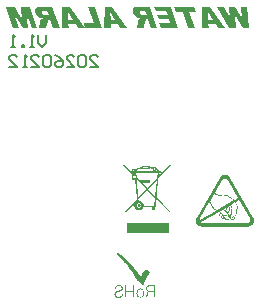
<source format=gbo>
G04*
G04 #@! TF.GenerationSoftware,Altium Limited,Altium Designer,24.10.1 (45)*
G04*
G04 Layer_Color=32896*
%FSLAX43Y43*%
%MOMM*%
G71*
G04*
G04 #@! TF.SameCoordinates,DA216BA7-6C9C-4F93-A9C1-4DB8622052F4*
G04*
G04*
G04 #@! TF.FilePolarity,Positive*
G04*
G01*
G75*
%ADD11C,0.200*%
G36*
X90280Y112077D02*
X89742D01*
X89052Y113194D01*
X89120Y112077D01*
X88580D01*
X87585Y113851D01*
X88104D01*
X88631Y112857D01*
X88570Y113851D01*
X89088D01*
X89700Y112857D01*
X89548Y113851D01*
X90069D01*
X90280Y112077D01*
D02*
G37*
G36*
X72303Y112077D02*
X71853D01*
X71393Y113430D01*
X71509Y112077D01*
X71101D01*
X70295Y113430D01*
X70755Y112077D01*
X70305D01*
X69702Y113851D01*
X70425D01*
X71069Y112770D01*
X70975Y113851D01*
X71701D01*
X72303Y112077D01*
D02*
G37*
G36*
X88188Y112077D02*
X87628D01*
X87440Y112368D01*
X86821D01*
X86831Y112077D01*
X86254D01*
X86319Y113851D01*
X86922D01*
X88188Y112077D01*
D02*
G37*
G36*
X85752Y113414D02*
X85192D01*
X85646Y112077D01*
X85098D01*
X84645Y113414D01*
X84085D01*
X83936Y113851D01*
X85603D01*
X85752Y113414D01*
D02*
G37*
G36*
X84289Y112077D02*
X82792Y112077D01*
X82656Y112478D01*
X83602Y112478D01*
X83485Y112828D01*
X82634Y112828D01*
X82511Y113191D01*
X83362Y113191D01*
X83265Y113473D01*
X82346Y113473D01*
X82216Y113851D01*
X83686Y113851D01*
X84289Y112077D01*
D02*
G37*
G36*
X82491Y112077D02*
X81941D01*
X81698Y112796D01*
X81649D01*
X81623Y112793D01*
X81597Y112789D01*
X81578Y112783D01*
X81562Y112776D01*
X81549Y112767D01*
X81539Y112760D01*
X81533Y112757D01*
X81529Y112754D01*
X81516Y112737D01*
X81507Y112718D01*
X81491Y112673D01*
X81484Y112653D01*
X81478Y112634D01*
X81474Y112621D01*
Y112618D01*
X81364Y112077D01*
X80742D01*
X80836Y112588D01*
X80846Y112621D01*
X80859Y112660D01*
X80866Y112673D01*
X80872Y112686D01*
X80875Y112695D01*
X80878Y112699D01*
X80891Y112724D01*
X80901Y112744D01*
X80911Y112760D01*
X80917Y112773D01*
X80924Y112783D01*
X80930Y112789D01*
X80934Y112793D01*
X80946Y112805D01*
X80966Y112815D01*
X81005Y112838D01*
X81024Y112844D01*
X81040Y112851D01*
X81050Y112857D01*
X81053D01*
X81005Y112870D01*
X80963Y112880D01*
X80927Y112893D01*
X80895Y112903D01*
X80869Y112912D01*
X80853Y112922D01*
X80840Y112925D01*
X80836Y112929D01*
X80788Y112954D01*
X80746Y112984D01*
X80704Y113013D01*
X80671Y113039D01*
X80645Y113065D01*
X80623Y113084D01*
X80610Y113097D01*
X80606Y113100D01*
X80571Y113142D01*
X80542Y113188D01*
X80513Y113230D01*
X80493Y113269D01*
X80477Y113304D01*
X80464Y113330D01*
X80457Y113350D01*
X80454Y113356D01*
X80438Y113418D01*
X80428Y113473D01*
X80422Y113521D01*
X80425Y113563D01*
X80428Y113599D01*
X80432Y113625D01*
X80435Y113638D01*
X80438Y113644D01*
X80457Y113686D01*
X80480Y113719D01*
X80509Y113748D01*
X80535Y113771D01*
X80561Y113787D01*
X80581Y113796D01*
X80593Y113803D01*
X80600Y113806D01*
X80652Y113822D01*
X80710Y113832D01*
X80772Y113842D01*
X80833Y113845D01*
X80888Y113848D01*
X80914Y113851D01*
X81889D01*
X82491Y112077D01*
D02*
G37*
G36*
X79920D02*
X79360D01*
X79172Y112368D01*
X78553D01*
X78563Y112077D01*
X77986D01*
X78051Y113851D01*
X78654D01*
X79920Y112077D01*
D02*
G37*
G36*
X77812D02*
X76406D01*
X76260Y112514D01*
X77119D01*
X76662Y113851D01*
X77209D01*
X77812Y112077D01*
D02*
G37*
G36*
X76335D02*
X75775D01*
X75587Y112368D01*
X74968D01*
X74978Y112077D01*
X74401D01*
X74466Y113851D01*
X75069D01*
X76335Y112077D01*
D02*
G37*
G36*
X74220D02*
X73670D01*
X73427Y112796D01*
X73378D01*
X73352Y112793D01*
X73326Y112789D01*
X73307Y112783D01*
X73291Y112776D01*
X73278Y112767D01*
X73268Y112760D01*
X73262Y112757D01*
X73258Y112754D01*
X73245Y112737D01*
X73236Y112718D01*
X73219Y112673D01*
X73213Y112653D01*
X73206Y112634D01*
X73203Y112621D01*
Y112618D01*
X73093Y112077D01*
X72471D01*
X72565Y112588D01*
X72575Y112621D01*
X72588Y112660D01*
X72594Y112673D01*
X72601Y112686D01*
X72604Y112695D01*
X72607Y112699D01*
X72620Y112724D01*
X72630Y112744D01*
X72640Y112760D01*
X72646Y112773D01*
X72653Y112783D01*
X72659Y112789D01*
X72662Y112793D01*
X72675Y112805D01*
X72695Y112815D01*
X72734Y112838D01*
X72753Y112844D01*
X72769Y112851D01*
X72779Y112857D01*
X72782D01*
X72734Y112870D01*
X72692Y112880D01*
X72656Y112893D01*
X72624Y112903D01*
X72598Y112912D01*
X72581Y112922D01*
X72568Y112925D01*
X72565Y112929D01*
X72517Y112954D01*
X72475Y112984D01*
X72432Y113013D01*
X72400Y113039D01*
X72374Y113065D01*
X72352Y113084D01*
X72339Y113097D01*
X72335Y113100D01*
X72300Y113142D01*
X72271Y113188D01*
X72241Y113230D01*
X72222Y113269D01*
X72206Y113304D01*
X72193Y113330D01*
X72186Y113350D01*
X72183Y113356D01*
X72167Y113418D01*
X72157Y113473D01*
X72151Y113521D01*
X72154Y113563D01*
X72157Y113599D01*
X72160Y113625D01*
X72164Y113638D01*
X72167Y113644D01*
X72186Y113686D01*
X72209Y113719D01*
X72238Y113748D01*
X72264Y113771D01*
X72290Y113787D01*
X72309Y113796D01*
X72322Y113803D01*
X72329Y113806D01*
X72381Y113822D01*
X72439Y113832D01*
X72500Y113842D01*
X72562Y113845D01*
X72617Y113848D01*
X72643Y113851D01*
X73618D01*
X74220Y112077D01*
D02*
G37*
G36*
X83690Y100456D02*
X82595Y99316D01*
X82563Y99005D01*
X82491Y98260D01*
X82440Y97722D01*
X83612Y96510D01*
X83535Y96433D01*
X82427Y97567D01*
X82362Y96873D01*
X82329D01*
Y96608D01*
X82083D01*
Y96873D01*
X81319D01*
X81293Y96821D01*
X81254Y96770D01*
X81202Y96711D01*
X81131Y96659D01*
X81047Y96633D01*
X80969Y96627D01*
X80891D01*
X80833Y96646D01*
X80761Y96672D01*
X80703Y96711D01*
X80658Y96757D01*
X80612Y96821D01*
X80580Y96893D01*
X80561Y96957D01*
X80554Y97016D01*
X80561Y97081D01*
X80574Y97132D01*
X80593Y97184D01*
X80619Y97236D01*
X80651Y97281D01*
X80697Y97327D01*
X80748Y97359D01*
X80794Y97379D01*
X80787Y97437D01*
X79815Y96433D01*
X79738Y96517D01*
X80774Y97592D01*
X80690Y98532D01*
X80632Y99212D01*
X80321D01*
Y99646D01*
X80405D01*
X79615Y100456D01*
X79699Y100534D01*
X80437Y99770D01*
Y99828D01*
X80425Y99841D01*
X80405Y99854D01*
X80386Y99873D01*
X80366Y99893D01*
X80353Y99925D01*
X80347Y99951D01*
X80340Y99983D01*
X80347Y100022D01*
X80360Y100048D01*
X80386Y100094D01*
X80418Y100119D01*
X80463Y100139D01*
X80509Y100145D01*
X80554Y100139D01*
X80593Y100126D01*
X80625Y100106D01*
X80638Y100087D01*
X80671Y100113D01*
X80716Y100145D01*
X80774Y100171D01*
X80859Y100204D01*
X80949Y100230D01*
X81040Y100249D01*
X81137Y100268D01*
X81215Y100275D01*
Y100372D01*
X81837D01*
Y100288D01*
X81889D01*
X81967Y100281D01*
X82051Y100268D01*
X82135Y100256D01*
Y100307D01*
X82401D01*
Y100184D01*
X82433Y100165D01*
X82479Y100145D01*
X82524Y100119D01*
X82563Y100094D01*
X82602Y100061D01*
X82628Y100035D01*
X82641Y100016D01*
X82653Y99990D01*
X82647Y99945D01*
X82802D01*
Y99744D01*
X82634D01*
X82608Y99491D01*
X83612Y100534D01*
X83690Y100456D01*
D02*
G37*
G36*
X83457Y95538D02*
Y95525D01*
Y95500D01*
Y95474D01*
Y95448D01*
Y95422D01*
Y95409D01*
Y95402D01*
Y95299D01*
Y95201D01*
Y95156D01*
Y95124D01*
Y95104D01*
Y95098D01*
Y94981D01*
Y94929D01*
Y94884D01*
Y94845D01*
Y94819D01*
Y94800D01*
Y94793D01*
Y94748D01*
Y94716D01*
Y94690D01*
Y94677D01*
Y94657D01*
X79913D01*
Y94664D01*
Y94677D01*
Y94728D01*
Y94774D01*
Y94787D01*
Y94793D01*
Y94897D01*
Y94994D01*
Y95039D01*
Y95072D01*
Y95091D01*
Y95098D01*
Y95214D01*
Y95266D01*
Y95312D01*
Y95351D01*
Y95376D01*
Y95396D01*
Y95402D01*
Y95448D01*
Y95487D01*
Y95512D01*
Y95525D01*
Y95538D01*
Y95545D01*
X83457D01*
Y95538D01*
D02*
G37*
G36*
X79157Y92992D02*
X79194Y92974D01*
X79222Y92965D01*
X79231Y92955D01*
X79259Y92937D01*
X79268Y92928D01*
X79277D01*
X79435Y92826D01*
X79583Y92715D01*
X79731Y92594D01*
X79851Y92483D01*
X79962Y92391D01*
X80046Y92307D01*
X80101Y92252D01*
X80111Y92243D01*
X80120Y92233D01*
X80268Y92067D01*
X80407Y91909D01*
X80536Y91770D01*
X80638Y91641D01*
X80722Y91530D01*
X80777Y91456D01*
X80824Y91400D01*
X80833Y91391D01*
Y91382D01*
X80879Y91307D01*
X80925Y91252D01*
X80990Y91150D01*
X81046Y91085D01*
X81073Y91030D01*
X81092Y91002D01*
X81101Y90993D01*
X81111Y90983D01*
Y90993D01*
X81120Y91011D01*
X81148Y91057D01*
X81175Y91113D01*
X81185Y91122D01*
Y91132D01*
X81240Y91252D01*
X81305Y91354D01*
X81333Y91400D01*
X81351Y91437D01*
X81360Y91456D01*
X81370Y91465D01*
X81425Y91520D01*
X81472Y91557D01*
X81509Y91576D01*
X81527Y91585D01*
X81564Y91594D01*
X81610Y91585D01*
X81657Y91567D01*
X81694Y91548D01*
X81731Y91520D01*
X81759Y91493D01*
X81777Y91483D01*
X81786Y91474D01*
X81842Y91428D01*
X81879Y91391D01*
X81907Y91363D01*
X81925Y91344D01*
X81944Y91326D01*
X81907D01*
X81870Y91307D01*
X81833Y91289D01*
X81796Y91252D01*
X81731Y91169D01*
X81657Y91067D01*
X81601Y90974D01*
X81555Y90882D01*
X81536Y90845D01*
X81527Y90826D01*
X81518Y90808D01*
Y90798D01*
X81472Y90706D01*
X81435Y90622D01*
X81407Y90548D01*
X81379Y90493D01*
X81351Y90437D01*
X81333Y90391D01*
X81305Y90326D01*
X81286Y90289D01*
X81277Y90271D01*
Y90261D01*
X80842Y90595D01*
X80786Y90724D01*
X80712Y90863D01*
X80638Y90993D01*
X80564Y91122D01*
X80499Y91233D01*
X80444Y91326D01*
X80416Y91363D01*
X80398Y91391D01*
X80388Y91400D01*
Y91409D01*
X80259Y91594D01*
X80129Y91770D01*
X80009Y91928D01*
X79888Y92067D01*
X79787Y92178D01*
X79713Y92270D01*
X79657Y92326D01*
X79638Y92335D01*
Y92344D01*
X79500Y92483D01*
X79379Y92604D01*
X79333Y92659D01*
X79296Y92696D01*
X79268Y92715D01*
X79259Y92724D01*
X79194Y92789D01*
X79148Y92835D01*
X79111Y92863D01*
X79092Y92891D01*
X79064Y92909D01*
Y92918D01*
X79074Y92928D01*
X79083Y92937D01*
X79092Y92946D01*
X79111Y92974D01*
X79120Y92992D01*
Y93002D01*
X79157Y92992D01*
D02*
G37*
G36*
X80555Y89243D02*
X80462D01*
Y89734D01*
X79879D01*
Y89243D01*
X79787D01*
Y90271D01*
X79879D01*
Y89826D01*
X80462D01*
Y90271D01*
X80555D01*
Y89243D01*
D02*
G37*
G36*
X82268D02*
X82175D01*
Y89697D01*
X81796D01*
X81749Y89687D01*
X81731Y89678D01*
X81722Y89669D01*
X81694Y89622D01*
X81675Y89558D01*
X81666Y89502D01*
Y89493D01*
Y89484D01*
X81657Y89354D01*
Y89326D01*
Y89317D01*
X81647Y89298D01*
Y89289D01*
X81638Y89271D01*
Y89252D01*
Y89243D01*
X81527D01*
Y89261D01*
X81546Y89280D01*
X81555Y89298D01*
Y89308D01*
X81564Y89317D01*
Y89345D01*
Y89354D01*
X81583Y89511D01*
X81592Y89595D01*
X81601Y89650D01*
X81610Y89678D01*
Y89687D01*
X81666Y89734D01*
X81694Y89743D01*
X81703D01*
X81657Y89771D01*
X81620Y89798D01*
X81592Y89826D01*
X81583Y89835D01*
X81555Y89891D01*
X81546Y89946D01*
X81536Y89984D01*
Y90002D01*
X81546Y90058D01*
X81555Y90095D01*
X81564Y90122D01*
X81573Y90132D01*
X81601Y90169D01*
X81629Y90196D01*
X81657Y90215D01*
X81666Y90224D01*
X81694Y90243D01*
X81722Y90252D01*
X81749Y90261D01*
X81777D01*
X81796Y90271D01*
X82268D01*
Y89243D01*
D02*
G37*
G36*
X81175Y89984D02*
X81249Y89956D01*
X81296Y89919D01*
X81314Y89909D01*
Y89900D01*
X81370Y89817D01*
X81398Y89715D01*
Y89678D01*
X81407Y89641D01*
Y89622D01*
Y89613D01*
X81388Y89493D01*
X81360Y89400D01*
X81333Y89345D01*
X81314Y89335D01*
Y89326D01*
X81277Y89289D01*
X81240Y89271D01*
X81157Y89234D01*
X81120D01*
X81092Y89224D01*
X81064D01*
X81009Y89234D01*
X80962Y89243D01*
X80879Y89280D01*
X80833Y89308D01*
X80814Y89326D01*
X80768Y89419D01*
X80740Y89511D01*
X80731Y89548D01*
Y89585D01*
Y89604D01*
Y89613D01*
X80740Y89734D01*
X80768Y89826D01*
X80786Y89854D01*
X80805Y89882D01*
X80814Y89891D01*
Y89900D01*
X80851Y89937D01*
X80888Y89956D01*
X80972Y89993D01*
X81009D01*
X81036Y90002D01*
X81120D01*
X81175Y89984D01*
D02*
G37*
G36*
X79342Y90289D02*
X79425Y90261D01*
X79472Y90224D01*
X79481Y90215D01*
X79490D01*
X79546Y90150D01*
X79574Y90095D01*
X79583Y90039D01*
Y90030D01*
Y90021D01*
X79574Y89946D01*
X79555Y89891D01*
X79537Y89854D01*
X79527Y89845D01*
X79500Y89826D01*
X79472Y89798D01*
X79398Y89771D01*
X79333Y89752D01*
X79314Y89743D01*
X79305D01*
X79213Y89715D01*
X79120Y89687D01*
X79055Y89659D01*
X79018Y89641D01*
X79009Y89632D01*
X78981Y89595D01*
X78972Y89548D01*
X78963Y89521D01*
Y89502D01*
X78972Y89437D01*
X79000Y89391D01*
X79027Y89363D01*
X79037Y89354D01*
X79101Y89326D01*
X79157Y89308D01*
X79203Y89298D01*
X79222D01*
X79305Y89308D01*
X79379Y89335D01*
X79416Y89363D01*
X79435Y89372D01*
X79481Y89428D01*
X79500Y89493D01*
X79509Y89539D01*
Y89548D01*
Y89558D01*
X79601D01*
Y89548D01*
X79583Y89447D01*
X79555Y89372D01*
X79527Y89326D01*
X79509Y89308D01*
X79416Y89252D01*
X79324Y89224D01*
X79287D01*
X79250Y89215D01*
X79222D01*
X79111Y89224D01*
X79027Y89261D01*
X78981Y89289D01*
X78963Y89298D01*
X78907Y89363D01*
X78879Y89437D01*
X78870Y89493D01*
Y89502D01*
Y89511D01*
X78879Y89585D01*
X78907Y89641D01*
X78944Y89678D01*
X78953Y89697D01*
X79018Y89743D01*
X79101Y89780D01*
X79138Y89789D01*
X79166Y89798D01*
X79185Y89808D01*
X79194D01*
X79314Y89845D01*
X79370Y89863D01*
X79407Y89882D01*
X79435Y89891D01*
X79444Y89900D01*
X79463Y89937D01*
X79472Y89974D01*
X79481Y90002D01*
Y90011D01*
X79472Y90076D01*
X79453Y90132D01*
X79435Y90159D01*
X79425Y90169D01*
X79370Y90187D01*
X79314Y90206D01*
X79250D01*
X79166Y90196D01*
X79111Y90178D01*
X79074Y90159D01*
X79064Y90150D01*
X79027Y90095D01*
X79009Y90039D01*
X79000Y90002D01*
Y89993D01*
Y89984D01*
X78907D01*
X78926Y90085D01*
X78953Y90150D01*
X78981Y90196D01*
X79000Y90206D01*
X79074Y90261D01*
X79157Y90289D01*
X79194Y90298D01*
X79250D01*
X79342Y90289D01*
D02*
G37*
G36*
X88310Y99624D02*
X88355Y99617D01*
X88394Y99604D01*
X88420Y99591D01*
X88446Y99579D01*
X88459Y99572D01*
X88465Y99566D01*
X88491Y99553D01*
X88504Y99546D01*
X88562Y99494D01*
X88614Y99436D01*
X88640Y99397D01*
X88653Y99384D01*
Y99378D01*
X90603Y95995D01*
X90610D01*
Y95989D01*
Y95982D01*
X90623Y95956D01*
X90636Y95937D01*
X90642Y95924D01*
Y95918D01*
X90649Y95898D01*
X90655Y95872D01*
X90662Y95853D01*
Y95846D01*
X90668Y95775D01*
Y95710D01*
X90662Y95652D01*
X90649Y95600D01*
X90629Y95555D01*
X90616Y95522D01*
X90610Y95503D01*
X90603Y95496D01*
X90577Y95451D01*
X90571Y95438D01*
X90565Y95432D01*
X90532Y95399D01*
X90519Y95386D01*
X90513Y95380D01*
X90454Y95334D01*
X90396Y95302D01*
X90338Y95276D01*
X90279Y95263D01*
X90234Y95250D01*
X90195Y95244D01*
X86249D01*
X86217Y95250D01*
X86191D01*
X86184Y95257D01*
X86158D01*
X86133Y95263D01*
X86113Y95270D01*
X86107D01*
X86042Y95296D01*
X85983Y95328D01*
X85938Y95367D01*
X85899Y95406D01*
X85867Y95438D01*
X85847Y95471D01*
X85834Y95490D01*
X85828Y95496D01*
X85822D01*
X85809Y95529D01*
X85796Y95548D01*
X85789Y95561D01*
Y95568D01*
X85783Y95594D01*
X85776Y95620D01*
X85770Y95632D01*
Y95639D01*
X85763Y95710D01*
Y95775D01*
X85770Y95840D01*
X85783Y95892D01*
X85802Y95937D01*
X85815Y95976D01*
X85822Y95995D01*
X85828Y96002D01*
X87785Y99391D01*
X87811Y99430D01*
X87817Y99442D01*
X87824Y99449D01*
X87856Y99481D01*
X87869Y99494D01*
X87876Y99501D01*
X87934Y99546D01*
X87986Y99579D01*
X88044Y99604D01*
X88096Y99617D01*
X88141Y99630D01*
X88180Y99637D01*
X88264D01*
X88310Y99624D01*
D02*
G37*
%LPC*%
G36*
X86782Y113388D02*
X86805Y112754D01*
X87194D01*
X86782Y113388D01*
D02*
G37*
G36*
X81461Y113492D02*
X81219D01*
X81167Y113489D01*
X81125Y113486D01*
X81092Y113476D01*
X81070Y113469D01*
X81050Y113460D01*
X81040Y113450D01*
X81034Y113447D01*
X81031Y113443D01*
X81018Y113424D01*
X81011Y113405D01*
Y113382D01*
Y113362D01*
X81014Y113343D01*
X81018Y113327D01*
X81021Y113317D01*
Y113314D01*
X81040Y113272D01*
X81063Y113239D01*
X81073Y113226D01*
X81082Y113220D01*
X81086Y113214D01*
X81089Y113210D01*
X81108Y113194D01*
X81125Y113181D01*
X81160Y113165D01*
X81173Y113162D01*
X81186Y113158D01*
X81193Y113155D01*
X81196D01*
X81235Y113149D01*
X81270Y113142D01*
X81296Y113139D01*
X81316Y113136D01*
X81332Y113133D01*
X81584D01*
X81461Y113492D01*
D02*
G37*
G36*
X78514Y113388D02*
X78537Y112754D01*
X78926D01*
X78514Y113388D01*
D02*
G37*
G36*
X74929D02*
X74952Y112754D01*
X75341D01*
X74929Y113388D01*
D02*
G37*
G36*
X73190Y113492D02*
X72947D01*
X72896Y113489D01*
X72853Y113486D01*
X72821Y113476D01*
X72798Y113469D01*
X72779Y113460D01*
X72769Y113450D01*
X72763Y113447D01*
X72760Y113443D01*
X72747Y113424D01*
X72740Y113405D01*
Y113382D01*
Y113362D01*
X72743Y113343D01*
X72747Y113327D01*
X72750Y113317D01*
Y113314D01*
X72769Y113272D01*
X72792Y113239D01*
X72802Y113226D01*
X72811Y113220D01*
X72815Y113214D01*
X72818Y113210D01*
X72837Y113194D01*
X72853Y113181D01*
X72889Y113165D01*
X72902Y113162D01*
X72915Y113158D01*
X72921Y113155D01*
X72925D01*
X72964Y113149D01*
X72999Y113142D01*
X73025Y113139D01*
X73045Y113136D01*
X73061Y113133D01*
X73313D01*
X73190Y113492D01*
D02*
G37*
G36*
X81720Y100262D02*
X81325D01*
Y100197D01*
X81720D01*
Y100262D01*
D02*
G37*
G36*
X81837Y100171D02*
Y100087D01*
X81215D01*
Y100158D01*
X81085Y100139D01*
X80969Y100113D01*
X80872Y100087D01*
X80794Y100048D01*
X80736Y100016D01*
X80690Y99970D01*
Y99945D01*
X82135D01*
Y100132D01*
X82044Y100152D01*
X81947Y100165D01*
X81837Y100171D01*
D02*
G37*
G36*
X82291Y100197D02*
X82245D01*
Y100048D01*
X82291D01*
Y100197D01*
D02*
G37*
G36*
X82401Y100055D02*
Y99945D01*
X82537D01*
Y99964D01*
X82504Y99996D01*
X82466Y100022D01*
X82401Y100055D01*
D02*
G37*
G36*
X80522Y100035D02*
X80515D01*
X80483Y100029D01*
X80463Y100009D01*
X80457Y99983D01*
Y99977D01*
X80463Y99945D01*
X80483Y99932D01*
X80509Y99925D01*
X80515D01*
X80548Y99932D01*
X80561Y99951D01*
X80567Y99970D01*
Y99977D01*
X80561Y100009D01*
X80541Y100029D01*
X80522Y100035D01*
D02*
G37*
G36*
X80651Y99536D02*
X80437D01*
Y99322D01*
X80651D01*
Y99536D01*
D02*
G37*
G36*
X81740Y99050D02*
X81157D01*
Y99011D01*
X81740D01*
Y99050D01*
D02*
G37*
G36*
X82517Y99744D02*
X80703D01*
X80716Y99646D01*
X80761D01*
Y99439D01*
X81034Y99160D01*
X81850D01*
Y98901D01*
X81286D01*
X81662Y98513D01*
X82485Y99368D01*
X82517Y99744D01*
D02*
G37*
G36*
X82466Y99186D02*
X81740Y98435D01*
X82336Y97819D01*
X82466Y99186D01*
D02*
G37*
G36*
X80761Y99277D02*
Y99212D01*
X80748D01*
X80878Y97703D01*
X81584Y98435D01*
X81131Y98901D01*
X81034D01*
Y98998D01*
X80761Y99277D01*
D02*
G37*
G36*
X81662Y98351D02*
X80891Y97554D01*
X80904Y97411D01*
X80956Y97417D01*
X81014Y97411D01*
X81085Y97392D01*
X81157Y97359D01*
X81209Y97320D01*
X81254Y97275D01*
X81299Y97210D01*
X81332Y97132D01*
X81351Y97048D01*
X81345Y96990D01*
X82258D01*
X82323Y97670D01*
X81662Y98351D01*
D02*
G37*
G36*
X80988Y97217D02*
X80956D01*
X80891Y97210D01*
X80846Y97184D01*
X80807Y97158D01*
X80787Y97119D01*
X80774Y97087D01*
X80761Y97055D01*
Y97029D01*
Y97022D01*
X80768Y96957D01*
X80794Y96912D01*
X80820Y96873D01*
X80859Y96854D01*
X80891Y96841D01*
X80923Y96834D01*
X80949Y96828D01*
X80956D01*
X81021Y96834D01*
X81066Y96860D01*
X81105Y96893D01*
X81124Y96925D01*
X81137Y96964D01*
X81144Y96990D01*
X81150Y97016D01*
Y97022D01*
X81144Y97087D01*
X81118Y97132D01*
X81085Y97171D01*
X81053Y97191D01*
X81014Y97204D01*
X80988Y97217D01*
D02*
G37*
G36*
X82219Y96873D02*
X82193D01*
Y96718D01*
X82219D01*
Y96873D01*
D02*
G37*
%LPD*%
G36*
X81001Y97145D02*
X81034Y97132D01*
X81053Y97113D01*
X81066Y97087D01*
X81085Y97042D01*
Y97029D01*
Y97022D01*
X81079Y96977D01*
X81066Y96944D01*
X81047Y96925D01*
X81021Y96912D01*
X80975Y96893D01*
X80956D01*
X80910Y96899D01*
X80878Y96912D01*
X80859Y96932D01*
X80839Y96957D01*
X80826Y97003D01*
Y97016D01*
Y97022D01*
X80833Y97068D01*
X80846Y97100D01*
X80865Y97119D01*
X80891Y97139D01*
X80936Y97152D01*
X80956D01*
X81001Y97145D01*
D02*
G37*
%LPC*%
G36*
X80962Y97042D02*
X80943D01*
X80936Y97035D01*
Y97029D01*
Y97022D01*
Y97009D01*
X80943Y97003D01*
X80956D01*
X80969Y97009D01*
X80975Y97016D01*
Y97022D01*
X80969Y97035D01*
X80962Y97042D01*
D02*
G37*
G36*
X82175Y90187D02*
X81851D01*
X81814Y90178D01*
X81796Y90169D01*
X81786D01*
X81731Y90159D01*
X81722Y90150D01*
X81712D01*
X81666Y90104D01*
X81657Y90095D01*
Y90085D01*
X81647Y90048D01*
X81638Y90021D01*
Y90002D01*
Y89993D01*
X81647Y89919D01*
X81666Y89872D01*
X81685Y89845D01*
X81694Y89835D01*
X81759Y89808D01*
X81823Y89798D01*
X81879Y89789D01*
X82175D01*
Y90187D01*
D02*
G37*
G36*
X81083Y89928D02*
X81064D01*
X80990Y89919D01*
X80935Y89891D01*
X80898Y89854D01*
X80888Y89845D01*
X80842Y89780D01*
X80824Y89706D01*
X80814Y89641D01*
Y89622D01*
Y89613D01*
X80824Y89521D01*
X80851Y89447D01*
X80879Y89400D01*
X80888Y89382D01*
X80935Y89335D01*
X80999Y89308D01*
X81046Y89298D01*
X81064D01*
X81148Y89308D01*
X81203Y89345D01*
X81240Y89372D01*
X81249Y89382D01*
X81286Y89456D01*
X81305Y89530D01*
X81314Y89585D01*
Y89604D01*
Y89613D01*
X81305Y89715D01*
X81277Y89789D01*
X81259Y89826D01*
X81249Y89845D01*
X81194Y89891D01*
X81129Y89919D01*
X81083Y89928D01*
D02*
G37*
G36*
X88225Y99306D02*
X88212D01*
Y99300D01*
X88174D01*
X88141Y99287D01*
X88083Y99268D01*
X88044Y99242D01*
X88038Y99235D01*
X88031Y99229D01*
X88018Y99216D01*
X88005Y99209D01*
Y99203D01*
X87992Y99177D01*
X87986Y99170D01*
X87979D01*
X87344Y98069D01*
X87564Y97978D01*
X87636Y97959D01*
X87694Y97946D01*
X87720Y97939D01*
X87837D01*
X87895Y97946D01*
X88012D01*
X88044Y97952D01*
X88122D01*
X88187Y97946D01*
X88245Y97939D01*
X88290Y97933D01*
X88329Y97926D01*
X88361Y97913D01*
X88381Y97907D01*
X88387D01*
X88439Y97887D01*
X88491Y97861D01*
X88588Y97803D01*
X88634Y97777D01*
X88666Y97758D01*
X88685Y97745D01*
X88692Y97738D01*
X88711Y97725D01*
X88744Y97706D01*
X88770Y97687D01*
X88776Y97680D01*
X88783D01*
X88802Y97667D01*
X88809Y97661D01*
X88815D01*
X88834Y97648D01*
X88841Y97641D01*
X88886Y97615D01*
X88919Y97589D01*
X88945Y97576D01*
X88951Y97570D01*
X88990Y97537D01*
X89022Y97512D01*
X89035Y97492D01*
X89042Y97486D01*
X89327Y97648D01*
X88452Y99164D01*
X88426Y99203D01*
X88400Y99229D01*
X88381Y99248D01*
X88374Y99255D01*
X88368D01*
X88361Y99261D01*
X88355Y99268D01*
X88303Y99293D01*
X88258Y99300D01*
X88225Y99306D01*
D02*
G37*
G36*
X87312Y98004D02*
X86936Y97356D01*
X86968Y97330D01*
X86981Y97324D01*
X86988Y97317D01*
X87020Y97278D01*
X87046Y97246D01*
X87066Y97220D01*
X87072Y97207D01*
X87091Y97162D01*
X87104Y97123D01*
X87117Y97084D01*
X87124Y97077D01*
Y97071D01*
X87150Y97013D01*
X87169Y96974D01*
X87176Y96954D01*
X87182Y96948D01*
X87208Y96915D01*
X87215Y96909D01*
X87221Y96902D01*
X87253Y96864D01*
X87260Y96857D01*
X87266Y96851D01*
X87331Y96792D01*
X87390Y96741D01*
X87441Y96702D01*
X87487Y96676D01*
X87526Y96656D01*
X87552Y96643D01*
X87571Y96637D01*
X87577D01*
X88977Y97447D01*
X88951Y97473D01*
X88932Y97492D01*
X88912Y97505D01*
X88906Y97512D01*
X88867Y97537D01*
X88834Y97563D01*
X88809Y97576D01*
X88802Y97583D01*
X88776Y97602D01*
X88757Y97609D01*
X88744Y97615D01*
X88698Y97648D01*
X88673Y97667D01*
X88653Y97674D01*
X88647Y97680D01*
X88588Y97719D01*
X88536Y97758D01*
X88485Y97784D01*
X88446Y97803D01*
X88407Y97823D01*
X88381Y97836D01*
X88368Y97842D01*
X88361D01*
X88264Y97861D01*
X88167Y97874D01*
X87966D01*
X87882Y97868D01*
X87817Y97861D01*
X87746D01*
X87668Y97874D01*
X87603Y97887D01*
X87577Y97900D01*
X87558Y97907D01*
X87545Y97913D01*
X87539D01*
X87312Y98004D01*
D02*
G37*
G36*
X88316Y96812D02*
X88141Y96715D01*
X88180Y96682D01*
X88219Y96650D01*
X88251Y96630D01*
X88258Y96617D01*
X88264D01*
X88277Y96637D01*
X88290Y96663D01*
X88297Y96682D01*
X88303Y96689D01*
X88310Y96702D01*
Y96708D01*
X88323Y96747D01*
Y96760D01*
Y96766D01*
Y96779D01*
X88316Y96792D01*
Y96805D01*
Y96812D01*
D02*
G37*
G36*
X88504Y96922D02*
X88381Y96851D01*
X88387Y96818D01*
X88394Y96786D01*
Y96766D01*
Y96760D01*
X88387Y96728D01*
X88381Y96702D01*
X88374Y96682D01*
Y96676D01*
X88368Y96663D01*
X88349Y96624D01*
X88329Y96591D01*
X88323Y96579D01*
X88316Y96572D01*
X88361Y96533D01*
X88400Y96494D01*
X88426Y96468D01*
X88439Y96455D01*
X88446Y96449D01*
X88452Y96442D01*
X88459Y96436D01*
Y96429D01*
X88485Y96468D01*
X88498Y96501D01*
X88511Y96520D01*
Y96527D01*
X88517Y96540D01*
X88523Y96553D01*
X88530Y96572D01*
Y96579D01*
X88536Y96611D01*
X88543Y96643D01*
Y96669D01*
Y96682D01*
Y96689D01*
Y96702D01*
Y96741D01*
Y96779D01*
Y96792D01*
Y96799D01*
Y96825D01*
X88536Y96851D01*
Y96864D01*
Y96870D01*
X88517Y96909D01*
X88504Y96915D01*
Y96922D01*
D02*
G37*
G36*
X88679Y97019D02*
X88569Y96961D01*
X88595Y96915D01*
X88608Y96896D01*
Y96890D01*
X88614Y96857D01*
Y96831D01*
Y96805D01*
Y96799D01*
Y96753D01*
Y96741D01*
Y96734D01*
Y96702D01*
Y96689D01*
Y96682D01*
Y96630D01*
X88608Y96591D01*
X88601Y96572D01*
Y96566D01*
Y96559D01*
X88595Y96540D01*
Y96533D01*
Y96527D01*
X88588D01*
X88582Y96514D01*
X88575Y96501D01*
Y96494D01*
X88556Y96449D01*
X88530Y96410D01*
X88517Y96384D01*
X88511Y96371D01*
X88543Y96319D01*
X88562Y96280D01*
X88575Y96255D01*
X88582Y96242D01*
X88608Y96255D01*
X88614Y96267D01*
X88621D01*
X88647Y96280D01*
X88660Y96293D01*
X88666Y96300D01*
X88679Y96313D01*
X88685Y96319D01*
X88692D01*
X88705Y96332D01*
X88718Y96339D01*
X88724Y96345D01*
X88731D01*
X88737Y96352D01*
Y96365D01*
Y96417D01*
X88731Y96462D01*
X88724Y96488D01*
Y96501D01*
Y96520D01*
Y96540D01*
X88737Y96598D01*
X88744Y96624D01*
X88750Y96643D01*
X88757Y96656D01*
Y96663D01*
X88770Y96702D01*
X88776Y96734D01*
X88783Y96773D01*
Y96799D01*
Y96805D01*
X88776Y96831D01*
X88757Y96864D01*
X88744Y96890D01*
X88737Y96896D01*
X88705Y96948D01*
X88685Y96987D01*
X88679Y97013D01*
Y97019D01*
D02*
G37*
G36*
X87876Y96378D02*
X87869D01*
X87856Y96365D01*
X87824Y96339D01*
X87804Y96313D01*
X87791Y96306D01*
Y96300D01*
Y96293D01*
X87785D01*
Y96287D01*
X87772Y96274D01*
Y96261D01*
Y96255D01*
Y96248D01*
Y96235D01*
X87778Y96216D01*
X87785Y96196D01*
Y96190D01*
Y96183D01*
X87804Y96170D01*
X87830Y96164D01*
X87863D01*
X87914Y96170D01*
X87953Y96177D01*
X87979Y96183D01*
X87992D01*
X88025Y96203D01*
X88031Y96209D01*
X88038D01*
Y96216D01*
X88031Y96222D01*
Y96229D01*
X88005Y96267D01*
X87979Y96300D01*
X87960Y96319D01*
X87953Y96326D01*
X87934Y96339D01*
X87908Y96358D01*
X87882Y96371D01*
X87876Y96378D01*
D02*
G37*
G36*
X89113Y97278D02*
X88744Y97064D01*
X88750Y97026D01*
X88770Y96980D01*
X88789Y96948D01*
X88796Y96941D01*
Y96935D01*
X88828Y96890D01*
X88847Y96851D01*
X88860Y96825D01*
Y96818D01*
Y96799D01*
X88854Y96766D01*
X88841Y96708D01*
X88834Y96682D01*
X88828Y96656D01*
X88822Y96643D01*
Y96637D01*
X88809Y96604D01*
X88802Y96579D01*
X88796Y96540D01*
Y96527D01*
Y96520D01*
X88809Y96462D01*
Y96417D01*
Y96378D01*
Y96371D01*
Y96365D01*
Y96345D01*
Y96339D01*
X88802Y96326D01*
Y96319D01*
X88796Y96300D01*
Y96287D01*
X88789Y96280D01*
X88783Y96255D01*
Y96242D01*
X88776Y96235D01*
X88757Y96170D01*
X88744Y96118D01*
X88731Y96073D01*
Y96041D01*
X88724Y96021D01*
Y96008D01*
Y95995D01*
X88737Y95950D01*
X88757Y95918D01*
X88776Y95892D01*
X88783Y95885D01*
X88796Y95879D01*
X88802Y95872D01*
Y95879D01*
Y95892D01*
Y95898D01*
Y95905D01*
Y95931D01*
Y95944D01*
X88822Y95989D01*
X88828Y96002D01*
X88834Y96008D01*
X88847Y96021D01*
X88854Y96034D01*
X88880Y96067D01*
X88899Y96093D01*
X88925Y96105D01*
X88951Y96118D01*
X88990Y96131D01*
X89029D01*
X89035Y96125D01*
X89048D01*
X89061Y96151D01*
X89068Y96177D01*
X89074Y96203D01*
X89081Y96209D01*
X89100Y96255D01*
X89120Y96293D01*
X89126Y96319D01*
X89133Y96332D01*
X89146Y96384D01*
X89152Y96429D01*
X89158Y96475D01*
Y96481D01*
Y96488D01*
X89171Y96572D01*
X89184Y96630D01*
X89191Y96663D01*
Y96676D01*
Y96682D01*
X89197Y96702D01*
X89204Y96721D01*
X89210Y96741D01*
Y96747D01*
X89223Y96799D01*
X89236Y96844D01*
Y96877D01*
X89243Y96909D01*
Y96928D01*
X89236Y96941D01*
Y96954D01*
X89223Y96987D01*
X89210Y97032D01*
X89191Y97071D01*
X89184Y97077D01*
Y97084D01*
X89146Y97162D01*
X89126Y97226D01*
X89113Y97265D01*
Y97272D01*
Y97278D01*
D02*
G37*
G36*
X88070Y96676D02*
X87804Y96520D01*
X87837Y96494D01*
X87869Y96468D01*
X87901Y96442D01*
X87908Y96436D01*
X87914D01*
X87953Y96410D01*
X87979Y96391D01*
X87992Y96378D01*
X87999D01*
X88038Y96339D01*
X88070Y96300D01*
X88089Y96274D01*
X88096Y96267D01*
Y96261D01*
X88109Y96235D01*
X88115Y96209D01*
X88122Y96203D01*
Y96196D01*
X88128Y96177D01*
X88135Y96170D01*
Y96164D01*
X88174Y96177D01*
X88193D01*
X88219Y96183D01*
X88225Y96190D01*
X88316D01*
X88355Y96183D01*
X88368D01*
X88381Y96177D01*
X88387D01*
X88394Y96170D01*
X88413D01*
X88420Y96164D01*
X88426D01*
X88465Y96144D01*
X88498Y96125D01*
X88517Y96112D01*
X88523Y96105D01*
X88530Y96099D01*
X88536Y96086D01*
X88542Y96080D01*
X88536Y96131D01*
X88517Y96190D01*
X88491Y96248D01*
X88459Y96300D01*
X88433Y96345D01*
X88407Y96378D01*
X88387Y96404D01*
X88381Y96410D01*
X88329Y96468D01*
X88277Y96514D01*
X88238Y96546D01*
X88232Y96559D01*
X88225D01*
X88161Y96604D01*
X88115Y96643D01*
X88083Y96669D01*
X88070Y96676D01*
D02*
G37*
G36*
X88542Y96080D02*
X88543Y96073D01*
Y96080D01*
X88542Y96080D01*
D02*
G37*
G36*
X88063Y96138D02*
X88050Y96131D01*
X88031Y96125D01*
X88018Y96118D01*
X88012D01*
X88005Y96112D01*
X87992D01*
X87986Y96105D01*
X87979D01*
X87960Y96073D01*
Y96047D01*
Y96028D01*
Y96021D01*
Y96008D01*
X87966Y96002D01*
Y95989D01*
X87973Y95982D01*
X87979D01*
X87999Y95969D01*
X88018Y95963D01*
X88044D01*
X88076Y95969D01*
X88102Y95976D01*
X88115Y95982D01*
X88122Y95989D01*
X88096Y96034D01*
X88083Y96073D01*
X88070Y96099D01*
Y96105D01*
X88063Y96131D01*
Y96138D01*
D02*
G37*
G36*
X88251Y96157D02*
X88232D01*
X88193Y96144D01*
X88161Y96138D01*
X88148Y96131D01*
X88141Y96125D01*
X88154Y96086D01*
X88174Y96047D01*
X88200Y96015D01*
X88206Y96008D01*
Y96002D01*
X88245Y95950D01*
X88271Y95924D01*
X88290Y95905D01*
X88297Y95898D01*
X88316Y95885D01*
X88329Y95879D01*
X88342Y95872D01*
X88368Y95859D01*
X88446D01*
X88472Y95866D01*
X88485Y95872D01*
X88498Y95879D01*
X88517Y95905D01*
X88530Y95937D01*
X88543Y95963D01*
Y95976D01*
X88536Y96008D01*
X88530Y96015D01*
X88517Y96047D01*
X88504Y96067D01*
X88498Y96080D01*
X88472Y96099D01*
X88446Y96118D01*
X88426Y96125D01*
X88420Y96131D01*
X88407D01*
X88400Y96138D01*
X88374D01*
X88349Y96144D01*
X88316Y96151D01*
X88290D01*
X88251Y96157D01*
D02*
G37*
G36*
X89009Y96099D02*
X88977D01*
X88958Y96086D01*
X88919Y96060D01*
X88893Y96034D01*
X88886Y96028D01*
Y96021D01*
X88880Y96008D01*
X88873Y96002D01*
X88867Y95995D01*
Y95989D01*
X88847Y95950D01*
X88841Y95937D01*
Y95931D01*
X88834Y95924D01*
Y95918D01*
Y95911D01*
Y95905D01*
Y95885D01*
X88841Y95879D01*
Y95872D01*
Y95859D01*
Y95853D01*
X88847Y95846D01*
X88873D01*
X88906Y95859D01*
X88932Y95872D01*
X88945Y95885D01*
X88951Y95892D01*
X88964Y95911D01*
X88977Y95937D01*
X89003Y95995D01*
X89009Y96021D01*
X89022Y96047D01*
X89029Y96060D01*
Y96067D01*
X89035Y96093D01*
X89029D01*
X89009Y96099D01*
D02*
G37*
G36*
X89437Y97460D02*
X89184Y97317D01*
X89197Y97252D01*
X89217Y97181D01*
X89230Y97155D01*
X89243Y97129D01*
X89249Y97116D01*
Y97110D01*
X89275Y97052D01*
X89295Y97006D01*
X89308Y96980D01*
Y96974D01*
X89314Y96941D01*
Y96902D01*
X89301Y96825D01*
X89295Y96786D01*
X89288Y96753D01*
X89282Y96734D01*
Y96728D01*
X89275Y96702D01*
X89269Y96676D01*
X89262Y96669D01*
Y96663D01*
Y96656D01*
X89249Y96604D01*
X89243Y96546D01*
X89236Y96520D01*
X89230Y96501D01*
Y96488D01*
Y96481D01*
X89223Y96436D01*
X89217Y96397D01*
Y96371D01*
X89210Y96345D01*
X89197Y96313D01*
Y96306D01*
X89184Y96267D01*
X89171Y96229D01*
X89158Y96190D01*
X89152Y96183D01*
Y96177D01*
X89139Y96144D01*
X89126Y96125D01*
X89113Y96093D01*
X89107Y96080D01*
Y96073D01*
Y96067D01*
X89100Y96060D01*
Y96054D01*
Y96047D01*
X89081Y95995D01*
X89061Y95950D01*
X89048Y95918D01*
X89029Y95892D01*
X89022Y95872D01*
X89009Y95859D01*
X89003Y95846D01*
X88964Y95807D01*
X88919Y95788D01*
X88893Y95775D01*
X88854D01*
X88828Y95782D01*
X88809Y95788D01*
X88802D01*
X88757Y95814D01*
X88744Y95820D01*
X88737Y95827D01*
X88711Y95853D01*
X88692Y95879D01*
X88666Y95931D01*
X88653Y95976D01*
Y95982D01*
Y95989D01*
Y96015D01*
X88660Y96054D01*
X88673Y96131D01*
X88679Y96170D01*
X88692Y96203D01*
X88698Y96222D01*
Y96229D01*
X88673Y96216D01*
X88666Y96209D01*
X88660Y96203D01*
X88627Y96183D01*
X88614Y96170D01*
X88608Y96164D01*
X88614Y96125D01*
X88621Y96093D01*
Y96067D01*
Y96060D01*
Y96054D01*
Y96047D01*
Y96041D01*
X88614Y95989D01*
X88608Y95950D01*
X88595Y95911D01*
X88582Y95879D01*
X88569Y95859D01*
X88556Y95840D01*
X88543Y95833D01*
Y95827D01*
X88517Y95807D01*
X88485Y95794D01*
X88459Y95788D01*
X88374D01*
X88329Y95801D01*
X88316Y95807D01*
X88310D01*
X88284Y95820D01*
X88264Y95827D01*
X88258Y95840D01*
X88251D01*
X88219Y95866D01*
X88193Y95898D01*
X88174Y95924D01*
X88167Y95931D01*
X88128Y95905D01*
X88089Y95892D01*
X88063Y95885D01*
X88050D01*
X87999Y95892D01*
X87960Y95905D01*
X87934Y95924D01*
X87927Y95931D01*
X87921Y95937D01*
X87914Y95944D01*
X87901Y95956D01*
X87895Y95969D01*
X87888Y95989D01*
Y95995D01*
Y96002D01*
X87882Y96034D01*
Y96067D01*
X87888Y96086D01*
Y96093D01*
X87856D01*
X87798Y96099D01*
X87759Y96118D01*
X87733Y96131D01*
X87726Y96138D01*
X87720Y96157D01*
X87714Y96164D01*
X87707Y96196D01*
X87701Y96222D01*
X87694Y96242D01*
Y96248D01*
X87701Y96280D01*
X87707Y96313D01*
X87720Y96332D01*
X87726Y96339D01*
X87733Y96345D01*
X87765Y96378D01*
X87791Y96404D01*
X87804Y96410D01*
X87811Y96417D01*
X87785Y96442D01*
X87759Y96462D01*
X87746Y96475D01*
X87739Y96481D01*
X86204Y95594D01*
X86249Y95568D01*
X86269Y95555D01*
X86295D01*
X86307Y95548D01*
X86353D01*
Y95542D01*
X90072D01*
X90111Y95548D01*
X90150Y95555D01*
X90208Y95581D01*
X90247Y95600D01*
X90254Y95613D01*
X90260D01*
X90279Y95639D01*
X90286Y95645D01*
X90299Y95665D01*
X90305Y95678D01*
X90312D01*
X90338Y95743D01*
X90344Y95801D01*
Y95827D01*
X90338Y95846D01*
Y95859D01*
Y95866D01*
X90331Y95898D01*
X90325Y95905D01*
X90318Y95931D01*
X90312Y95937D01*
Y95944D01*
Y95950D01*
X89437Y97460D01*
D02*
G37*
G36*
X86904Y97298D02*
X86897D01*
X86126Y95956D01*
Y95950D01*
X86107Y95911D01*
X86094Y95879D01*
X86087Y95853D01*
Y95840D01*
Y95820D01*
Y95814D01*
Y95788D01*
Y95775D01*
X87493Y96591D01*
X87448Y96617D01*
X87396Y96650D01*
X87305Y96715D01*
X87273Y96747D01*
X87241Y96773D01*
X87221Y96792D01*
X87215Y96799D01*
X87182Y96838D01*
X87169Y96851D01*
X87163Y96857D01*
X87137Y96890D01*
X87124Y96902D01*
Y96909D01*
X87098Y96948D01*
X87079Y96993D01*
X87066Y97032D01*
X87059Y97039D01*
Y97045D01*
X87040Y97103D01*
X87020Y97142D01*
X87014Y97162D01*
X87007Y97168D01*
X86981Y97214D01*
X86955Y97239D01*
X86942Y97259D01*
X86936Y97265D01*
X86910Y97285D01*
X86904Y97298D01*
D02*
G37*
%LPD*%
D11*
X76810Y108777D02*
X77477D01*
X76810Y109443D01*
Y109610D01*
X76977Y109776D01*
X77310D01*
X77477Y109610D01*
X76477D02*
X76310Y109776D01*
X75977D01*
X75810Y109610D01*
Y108943D01*
X75977Y108777D01*
X76310D01*
X76477Y108943D01*
Y109610D01*
X74811Y108777D02*
X75477D01*
X74811Y109443D01*
Y109610D01*
X74977Y109776D01*
X75311D01*
X75477Y109610D01*
X73811Y109776D02*
X74144Y109610D01*
X74478Y109277D01*
Y108943D01*
X74311Y108777D01*
X73978D01*
X73811Y108943D01*
Y109110D01*
X73978Y109277D01*
X74478D01*
X73478Y109610D02*
X73311Y109776D01*
X72978D01*
X72811Y109610D01*
Y108943D01*
X72978Y108777D01*
X73311D01*
X73478Y108943D01*
Y109610D01*
X71812Y108777D02*
X72478D01*
X71812Y109443D01*
Y109610D01*
X71978Y109776D01*
X72312D01*
X72478Y109610D01*
X71479Y108777D02*
X71145D01*
X71312D01*
Y109776D01*
X71479Y109610D01*
X69979Y108777D02*
X70645D01*
X69979Y109443D01*
Y109610D01*
X70146Y109776D01*
X70479D01*
X70645Y109610D01*
X73077Y111476D02*
Y110810D01*
X72743Y110477D01*
X72410Y110810D01*
Y111476D01*
X72077Y110477D02*
X71744D01*
X71910D01*
Y111476D01*
X72077Y111310D01*
X71244Y110477D02*
Y110643D01*
X71077D01*
Y110477D01*
X71244D01*
X70411D02*
X70078D01*
X70244D01*
Y111476D01*
X70411Y111310D01*
M02*

</source>
